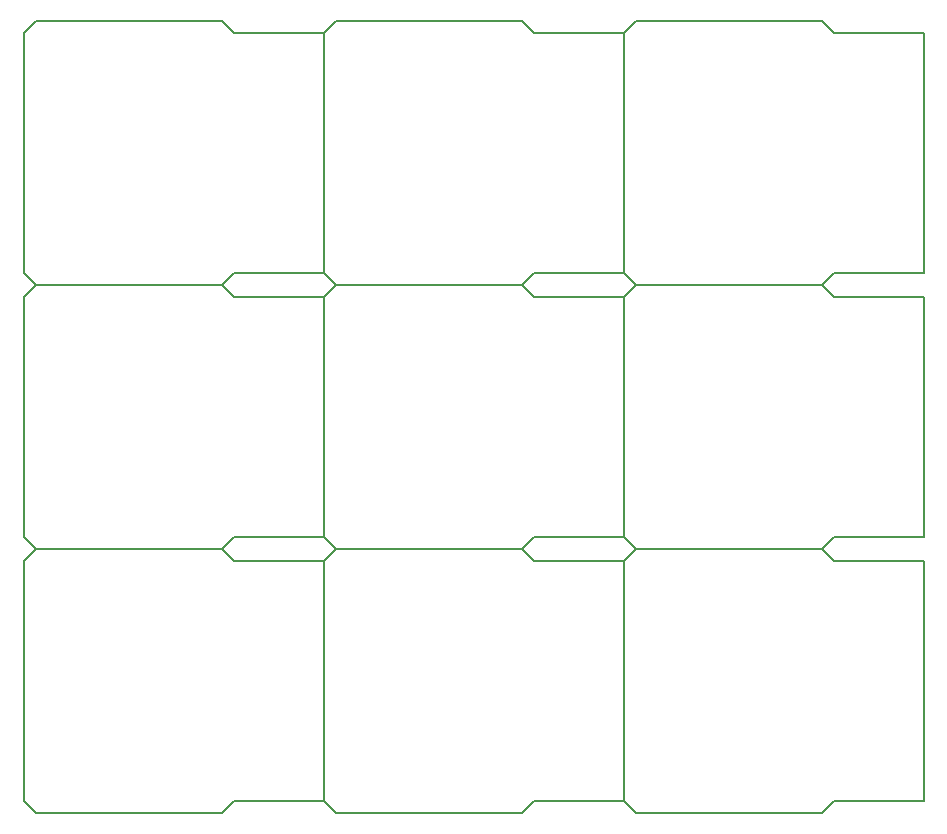
<source format=gm1>
G04*
G04 #@! TF.GenerationSoftware,Altium Limited,Altium Designer,20.2.6 (244)*
G04*
G04 Layer_Color=16711935*
%FSLAX24Y24*%
%MOIN*%
G70*
G04*
G04 #@! TF.SameCoordinates,F166DB8F-6D7D-4CC1-83E2-008E4038BE53*
G04*
G04*
G04 #@! TF.FilePolarity,Positive*
G04*
G01*
G75*
%ADD42C,0.0079*%
D42*
X6600Y17600D02*
X7000Y17200D01*
X10000D01*
X10400Y17600D01*
X10000Y18000D02*
X10400Y17600D01*
X7000Y18000D02*
X10000D01*
X6600Y17600D02*
X7000Y18000D01*
X16600Y17600D02*
X17000Y17200D01*
X20000D01*
X20400Y17600D01*
X20000Y18000D02*
X20400Y17600D01*
X17000Y18000D02*
X20000D01*
X16600Y17600D02*
X17000Y18000D01*
X16600Y8800D02*
X17000Y8400D01*
X20000D01*
X20400Y8800D01*
X20000Y9200D02*
X20400Y8800D01*
X17000Y9200D02*
X20000D01*
X16600Y8800D02*
X17000Y9200D01*
X6600Y8800D02*
X7000Y8400D01*
X10000D01*
X10400Y8800D01*
X10000Y9200D02*
X10400Y8800D01*
X7000Y9200D02*
X10000D01*
X6600Y8800D02*
X7000Y9200D01*
X0Y400D02*
X400Y0D01*
X6600D01*
X7000Y400D01*
X10000D01*
X10400Y0D01*
X16600D01*
X17000Y400D01*
X20000D01*
X20400Y0D01*
X26600D01*
X27000Y400D01*
X30000D01*
Y8400D01*
X27000D02*
X30000D01*
X26600Y8800D02*
X27000Y8400D01*
X26600Y8800D02*
X27000Y9200D01*
X30000D01*
Y17200D01*
X27000D02*
X30000D01*
X26600Y17600D02*
X27000Y17200D01*
X26600Y17600D02*
X27000Y18000D01*
X30000D01*
Y26000D01*
X27000D02*
X30000D01*
X26600Y26400D02*
X27000Y26000D01*
X20400Y26400D02*
X26600D01*
X20000Y26000D02*
X20400Y26400D01*
X17000Y26000D02*
X20000D01*
X16600Y26400D02*
X17000Y26000D01*
X10400Y26400D02*
X16600D01*
X10000Y26000D02*
X10400Y26400D01*
X7000Y26000D02*
X10000D01*
X6600Y26400D02*
X7000Y26000D01*
X400Y26400D02*
X6600D01*
X0Y26000D02*
X400Y26400D01*
X0Y18000D02*
Y26000D01*
Y18000D02*
X400Y17600D01*
X0Y17200D02*
X400Y17600D01*
X0Y9200D02*
Y17200D01*
Y9200D02*
X400Y8800D01*
X0Y8400D02*
X400Y8800D01*
X0Y400D02*
Y8400D01*
Y400D02*
Y8400D01*
X400Y8800D01*
X6600D01*
X7000Y8400D01*
X10000D01*
Y400D02*
Y8400D01*
X7000Y400D02*
X10000D01*
X6600Y0D02*
X7000Y400D01*
X400Y0D02*
X6600D01*
X0Y400D02*
X400Y0D01*
X10000Y400D02*
Y8400D01*
X10400Y8800D01*
X16600D01*
X17000Y8400D01*
X20000D01*
Y400D02*
Y8400D01*
X17000Y400D02*
X20000D01*
X16600Y0D02*
X17000Y400D01*
X10400Y0D02*
X16600D01*
X10000Y400D02*
X10400Y0D01*
X20000Y400D02*
Y8400D01*
X20400Y8800D01*
X26600D01*
X27000Y8400D01*
X30000D01*
Y400D02*
Y8400D01*
X27000Y400D02*
X30000D01*
X26600Y0D02*
X27000Y400D01*
X20400Y0D02*
X26600D01*
X20000Y400D02*
X20400Y0D01*
X0Y9200D02*
Y17200D01*
X400Y17600D01*
X6600D01*
X7000Y17200D01*
X10000D01*
Y9200D02*
Y17200D01*
X7000Y9200D02*
X10000D01*
X6600Y8800D02*
X7000Y9200D01*
X400Y8800D02*
X6600D01*
X0Y9200D02*
X400Y8800D01*
X10000Y9200D02*
Y17200D01*
X10400Y17600D01*
X16600D01*
X17000Y17200D01*
X20000D01*
Y9200D02*
Y17200D01*
X17000Y9200D02*
X20000D01*
X16600Y8800D02*
X17000Y9200D01*
X10400Y8800D02*
X16600D01*
X10000Y9200D02*
X10400Y8800D01*
X20000Y9200D02*
Y17200D01*
X20400Y17600D01*
X26600D01*
X27000Y17200D01*
X30000D01*
Y9200D02*
Y17200D01*
X27000Y9200D02*
X30000D01*
X26600Y8800D02*
X27000Y9200D01*
X20400Y8800D02*
X26600D01*
X20000Y9200D02*
X20400Y8800D01*
X0Y18000D02*
Y26000D01*
X400Y26400D01*
X6600D01*
X7000Y26000D01*
X10000D01*
Y18000D02*
Y26000D01*
X7000Y18000D02*
X10000D01*
X6600Y17600D02*
X7000Y18000D01*
X400Y17600D02*
X6600D01*
X0Y18000D02*
X400Y17600D01*
X10000Y18000D02*
Y26000D01*
X10400Y26400D01*
X16600D01*
X17000Y26000D01*
X20000D01*
Y18000D02*
Y26000D01*
X17000Y18000D02*
X20000D01*
X16600Y17600D02*
X17000Y18000D01*
X10400Y17600D02*
X16600D01*
X10000Y18000D02*
X10400Y17600D01*
X20000Y18000D02*
Y26000D01*
X20400Y26400D01*
X26600D01*
X27000Y26000D01*
X30000D01*
Y18000D02*
Y26000D01*
X27000Y18000D02*
X30000D01*
X26600Y17600D02*
X27000Y18000D01*
X20400Y17600D02*
X26600D01*
X20000Y18000D02*
X20400Y17600D01*
M02*

</source>
